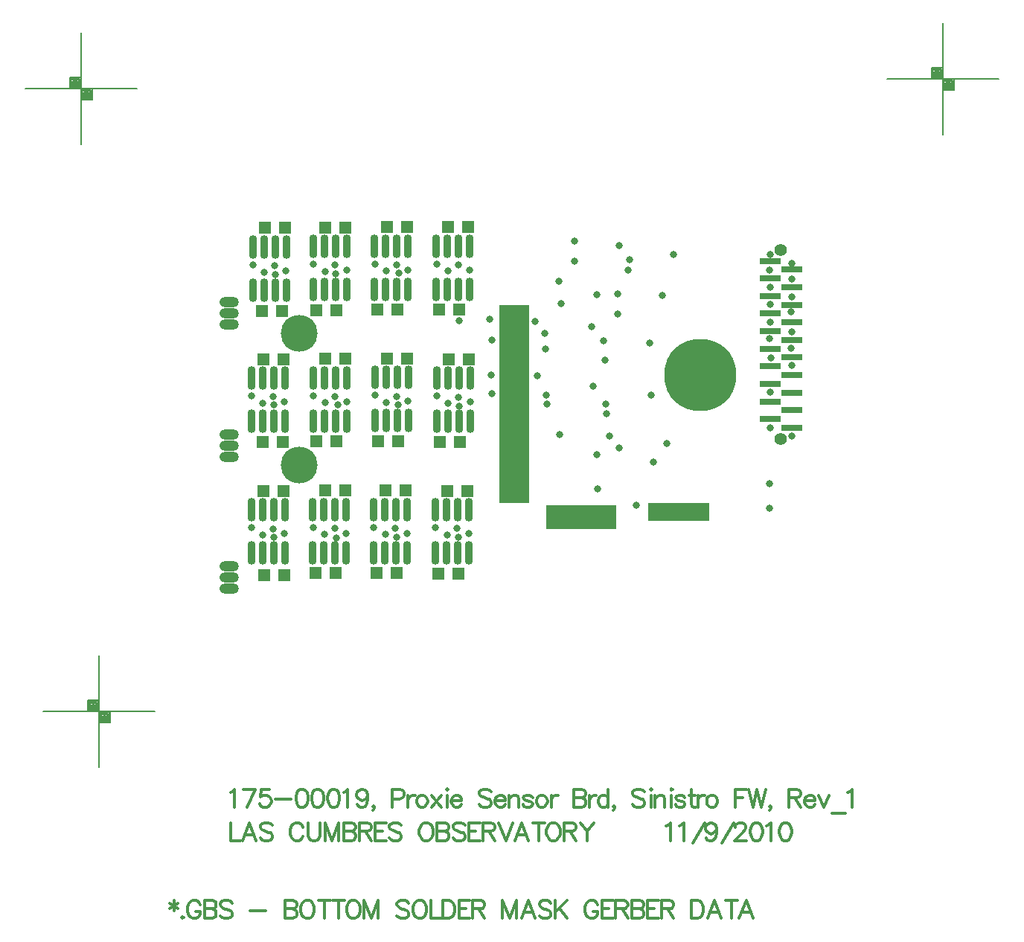
<source format=gbs>
%FSLAX23Y23*%
%MOIN*%
G70*
G01*
G75*
G04 Layer_Color=16711935*
%ADD10R,0.135X0.070*%
%ADD11R,0.050X0.050*%
%ADD12R,0.094X0.059*%
%ADD13R,0.037X0.035*%
%ADD14R,0.037X0.035*%
%ADD15R,0.050X0.050*%
%ADD16R,0.048X0.078*%
%ADD17C,0.010*%
%ADD18C,0.012*%
%ADD19C,0.008*%
%ADD20C,0.012*%
%ADD21C,0.012*%
%ADD22C,0.157*%
%ADD23C,0.315*%
%ADD24O,0.079X0.039*%
%ADD25O,0.079X0.039*%
%ADD26C,0.047*%
%ADD27C,0.024*%
%ADD28C,0.040*%
%ADD29C,0.127*%
%ADD30C,0.170*%
G04:AMPARAMS|DCode=31|XSize=87.559mil|YSize=87.559mil|CornerRadius=0mil|HoleSize=0mil|Usage=FLASHONLY|Rotation=0.000|XOffset=0mil|YOffset=0mil|HoleType=Round|Shape=Relief|Width=10mil|Gap=10mil|Entries=4|*
%AMTHD31*
7,0,0,0.088,0.068,0.010,45*
%
%ADD31THD31*%
%ADD32C,0.068*%
%ADD33C,0.087*%
%ADD34C,0.050*%
G04:AMPARAMS|DCode=35|XSize=70mil|YSize=70mil|CornerRadius=0mil|HoleSize=0mil|Usage=FLASHONLY|Rotation=0.000|XOffset=0mil|YOffset=0mil|HoleType=Round|Shape=Relief|Width=10mil|Gap=10mil|Entries=4|*
%AMTHD35*
7,0,0,0.070,0.050,0.010,45*
%
%ADD35THD35*%
%ADD36O,0.028X0.098*%
%ADD37R,0.085X0.022*%
%ADD38C,0.006*%
%ADD39C,0.010*%
%ADD40C,0.010*%
%ADD41C,0.008*%
%ADD42C,0.007*%
%ADD43C,0.005*%
%ADD44R,0.122X0.163*%
%ADD45R,0.143X0.078*%
%ADD46R,0.058X0.058*%
%ADD47R,0.102X0.067*%
%ADD48R,0.045X0.043*%
%ADD49R,0.045X0.043*%
%ADD50R,0.058X0.058*%
%ADD51R,0.056X0.086*%
%ADD52C,0.165*%
%ADD53C,0.323*%
%ADD54O,0.087X0.047*%
%ADD55O,0.087X0.047*%
%ADD56C,0.055*%
%ADD57C,0.032*%
%ADD58R,0.318X0.107*%
%ADD59R,0.136X0.889*%
%ADD60R,0.272X0.079*%
%ADD61O,0.036X0.106*%
%ADD62R,0.093X0.030*%
D18*
X14708Y10102D02*
Y10056D01*
X14689Y10090D02*
X14727Y10067D01*
Y10090D02*
X14689Y10067D01*
X14747Y10029D02*
X14743Y10026D01*
X14747Y10022D01*
X14751Y10026D01*
X14747Y10029D01*
X14826Y10083D02*
X14822Y10090D01*
X14814Y10098D01*
X14807Y10102D01*
X14791D01*
X14784Y10098D01*
X14776Y10090D01*
X14772Y10083D01*
X14769Y10071D01*
Y10052D01*
X14772Y10041D01*
X14776Y10033D01*
X14784Y10026D01*
X14791Y10022D01*
X14807D01*
X14814Y10026D01*
X14822Y10033D01*
X14826Y10041D01*
Y10052D01*
X14807D02*
X14826D01*
X14844Y10102D02*
Y10022D01*
Y10102D02*
X14878D01*
X14890Y10098D01*
X14894Y10094D01*
X14897Y10086D01*
Y10079D01*
X14894Y10071D01*
X14890Y10067D01*
X14878Y10064D01*
X14844D02*
X14878D01*
X14890Y10060D01*
X14894Y10056D01*
X14897Y10048D01*
Y10037D01*
X14894Y10029D01*
X14890Y10026D01*
X14878Y10022D01*
X14844D01*
X14969Y10090D02*
X14961Y10098D01*
X14950Y10102D01*
X14934D01*
X14923Y10098D01*
X14915Y10090D01*
Y10083D01*
X14919Y10075D01*
X14923Y10071D01*
X14930Y10067D01*
X14953Y10060D01*
X14961Y10056D01*
X14965Y10052D01*
X14969Y10045D01*
Y10033D01*
X14961Y10026D01*
X14950Y10022D01*
X14934D01*
X14923Y10026D01*
X14915Y10033D01*
X15049Y10056D02*
X15118D01*
X15204Y10102D02*
Y10022D01*
Y10102D02*
X15239D01*
X15250Y10098D01*
X15254Y10094D01*
X15258Y10086D01*
Y10079D01*
X15254Y10071D01*
X15250Y10067D01*
X15239Y10064D01*
X15204D02*
X15239D01*
X15250Y10060D01*
X15254Y10056D01*
X15258Y10048D01*
Y10037D01*
X15254Y10029D01*
X15250Y10026D01*
X15239Y10022D01*
X15204D01*
X15298Y10102D02*
X15291Y10098D01*
X15283Y10090D01*
X15279Y10083D01*
X15276Y10071D01*
Y10052D01*
X15279Y10041D01*
X15283Y10033D01*
X15291Y10026D01*
X15298Y10022D01*
X15314D01*
X15321Y10026D01*
X15329Y10033D01*
X15333Y10041D01*
X15336Y10052D01*
Y10071D01*
X15333Y10083D01*
X15329Y10090D01*
X15321Y10098D01*
X15314Y10102D01*
X15298D01*
X15382D02*
Y10022D01*
X15355Y10102D02*
X15408D01*
X15445D02*
Y10022D01*
X15418Y10102D02*
X15471D01*
X15504D02*
X15496Y10098D01*
X15488Y10090D01*
X15485Y10083D01*
X15481Y10071D01*
Y10052D01*
X15485Y10041D01*
X15488Y10033D01*
X15496Y10026D01*
X15504Y10022D01*
X15519D01*
X15527Y10026D01*
X15534Y10033D01*
X15538Y10041D01*
X15542Y10052D01*
Y10071D01*
X15538Y10083D01*
X15534Y10090D01*
X15527Y10098D01*
X15519Y10102D01*
X15504D01*
X15560D02*
Y10022D01*
Y10102D02*
X15591Y10022D01*
X15621Y10102D02*
X15591Y10022D01*
X15621Y10102D02*
Y10022D01*
X15760Y10090D02*
X15753Y10098D01*
X15741Y10102D01*
X15726D01*
X15715Y10098D01*
X15707Y10090D01*
Y10083D01*
X15711Y10075D01*
X15715Y10071D01*
X15722Y10067D01*
X15745Y10060D01*
X15753Y10056D01*
X15757Y10052D01*
X15760Y10045D01*
Y10033D01*
X15753Y10026D01*
X15741Y10022D01*
X15726D01*
X15715Y10026D01*
X15707Y10033D01*
X15801Y10102D02*
X15794Y10098D01*
X15786Y10090D01*
X15782Y10083D01*
X15778Y10071D01*
Y10052D01*
X15782Y10041D01*
X15786Y10033D01*
X15794Y10026D01*
X15801Y10022D01*
X15816D01*
X15824Y10026D01*
X15832Y10033D01*
X15835Y10041D01*
X15839Y10052D01*
Y10071D01*
X15835Y10083D01*
X15832Y10090D01*
X15824Y10098D01*
X15816Y10102D01*
X15801D01*
X15858D02*
Y10022D01*
X15904D01*
X15912Y10102D02*
Y10022D01*
Y10102D02*
X15939D01*
X15950Y10098D01*
X15958Y10090D01*
X15962Y10083D01*
X15966Y10071D01*
Y10052D01*
X15962Y10041D01*
X15958Y10033D01*
X15950Y10026D01*
X15939Y10022D01*
X15912D01*
X16033Y10102D02*
X15984D01*
Y10022D01*
X16033D01*
X15984Y10064D02*
X16014D01*
X16046Y10102D02*
Y10022D01*
Y10102D02*
X16081D01*
X16092Y10098D01*
X16096Y10094D01*
X16100Y10086D01*
Y10079D01*
X16096Y10071D01*
X16092Y10067D01*
X16081Y10064D01*
X16046D01*
X16073D02*
X16100Y10022D01*
X16180Y10102D02*
Y10022D01*
Y10102D02*
X16211Y10022D01*
X16241Y10102D02*
X16211Y10022D01*
X16241Y10102D02*
Y10022D01*
X16325D02*
X16295Y10102D01*
X16264Y10022D01*
X16276Y10048D02*
X16314D01*
X16397Y10090D02*
X16390Y10098D01*
X16378Y10102D01*
X16363D01*
X16351Y10098D01*
X16344Y10090D01*
Y10083D01*
X16348Y10075D01*
X16351Y10071D01*
X16359Y10067D01*
X16382Y10060D01*
X16390Y10056D01*
X16393Y10052D01*
X16397Y10045D01*
Y10033D01*
X16390Y10026D01*
X16378Y10022D01*
X16363D01*
X16351Y10026D01*
X16344Y10033D01*
X16415Y10102D02*
Y10022D01*
X16468Y10102D02*
X16415Y10048D01*
X16434Y10067D02*
X16468Y10022D01*
X16606Y10083D02*
X16602Y10090D01*
X16595Y10098D01*
X16587Y10102D01*
X16572D01*
X16564Y10098D01*
X16557Y10090D01*
X16553Y10083D01*
X16549Y10071D01*
Y10052D01*
X16553Y10041D01*
X16557Y10033D01*
X16564Y10026D01*
X16572Y10022D01*
X16587D01*
X16595Y10026D01*
X16602Y10033D01*
X16606Y10041D01*
Y10052D01*
X16587D02*
X16606D01*
X16674Y10102D02*
X16625D01*
Y10022D01*
X16674D01*
X16625Y10064D02*
X16655D01*
X16687Y10102D02*
Y10022D01*
Y10102D02*
X16722D01*
X16733Y10098D01*
X16737Y10094D01*
X16741Y10086D01*
Y10079D01*
X16737Y10071D01*
X16733Y10067D01*
X16722Y10064D01*
X16687D01*
X16714D02*
X16741Y10022D01*
X16759Y10102D02*
Y10022D01*
Y10102D02*
X16793D01*
X16804Y10098D01*
X16808Y10094D01*
X16812Y10086D01*
Y10079D01*
X16808Y10071D01*
X16804Y10067D01*
X16793Y10064D01*
X16759D02*
X16793D01*
X16804Y10060D01*
X16808Y10056D01*
X16812Y10048D01*
Y10037D01*
X16808Y10029D01*
X16804Y10026D01*
X16793Y10022D01*
X16759D01*
X16879Y10102D02*
X16830D01*
Y10022D01*
X16879D01*
X16830Y10064D02*
X16860D01*
X16893Y10102D02*
Y10022D01*
Y10102D02*
X16927D01*
X16938Y10098D01*
X16942Y10094D01*
X16946Y10086D01*
Y10079D01*
X16942Y10071D01*
X16938Y10067D01*
X16927Y10064D01*
X16893D01*
X16919D02*
X16946Y10022D01*
X17027Y10102D02*
Y10022D01*
Y10102D02*
X17053D01*
X17065Y10098D01*
X17072Y10090D01*
X17076Y10083D01*
X17080Y10071D01*
Y10052D01*
X17076Y10041D01*
X17072Y10033D01*
X17065Y10026D01*
X17053Y10022D01*
X17027D01*
X17159D02*
X17128Y10102D01*
X17098Y10022D01*
X17109Y10048D02*
X17148D01*
X17204Y10102D02*
Y10022D01*
X17178Y10102D02*
X17231D01*
X17301Y10022D02*
X17271Y10102D01*
X17240Y10022D01*
X17252Y10048D02*
X17290D01*
D19*
X14123Y10950D02*
X14623D01*
X14373Y10700D02*
Y11200D01*
X14323Y10950D02*
Y11000D01*
X14373D01*
X14423Y10900D02*
Y10950D01*
X14373Y10900D02*
X14423D01*
X14378Y10945D02*
X14418D01*
Y10905D02*
Y10945D01*
X14378Y10905D02*
X14418D01*
X14378D02*
Y10945D01*
X14383Y10940D02*
X14413D01*
Y10910D02*
Y10940D01*
X14383Y10910D02*
X14413D01*
X14383D02*
Y10935D01*
X14388D02*
X14408D01*
Y10915D02*
Y10935D01*
X14388Y10915D02*
X14408D01*
X14388D02*
Y10930D01*
X14393D02*
X14403D01*
Y10920D02*
Y10930D01*
X14393Y10920D02*
X14403D01*
X14393D02*
Y10930D01*
Y10925D02*
X14403D01*
X14328Y10995D02*
X14368D01*
Y10955D02*
Y10995D01*
X14328Y10955D02*
X14368D01*
X14328D02*
Y10995D01*
X14333Y10990D02*
X14363D01*
Y10960D02*
Y10990D01*
X14333Y10960D02*
X14363D01*
X14333D02*
Y10985D01*
X14338D02*
X14358D01*
Y10965D02*
Y10985D01*
X14338Y10965D02*
X14358D01*
X14338D02*
Y10980D01*
X14343D02*
X14353D01*
Y10970D02*
Y10980D01*
X14343Y10970D02*
X14353D01*
X14343D02*
Y10980D01*
Y10975D02*
X14353D01*
X17902Y13781D02*
X18402D01*
X18152Y13531D02*
Y14031D01*
X18102Y13781D02*
Y13831D01*
X18152D01*
X18202Y13731D02*
Y13781D01*
X18152Y13731D02*
X18202D01*
X18157Y13776D02*
X18197D01*
Y13736D02*
Y13776D01*
X18157Y13736D02*
X18197D01*
X18157D02*
Y13776D01*
X18162Y13771D02*
X18192D01*
Y13741D02*
Y13771D01*
X18162Y13741D02*
X18192D01*
X18162D02*
Y13766D01*
X18167D02*
X18187D01*
Y13746D02*
Y13766D01*
X18167Y13746D02*
X18187D01*
X18167D02*
Y13761D01*
X18172D02*
X18182D01*
Y13751D02*
Y13761D01*
X18172Y13751D02*
X18182D01*
X18172D02*
Y13761D01*
Y13756D02*
X18182D01*
X18107Y13826D02*
X18147D01*
Y13786D02*
Y13826D01*
X18107Y13786D02*
X18147D01*
X18107D02*
Y13826D01*
X18112Y13821D02*
X18142D01*
Y13791D02*
Y13821D01*
X18112Y13791D02*
X18142D01*
X18112D02*
Y13816D01*
X18117D02*
X18137D01*
Y13796D02*
Y13816D01*
X18117Y13796D02*
X18137D01*
X18117D02*
Y13811D01*
X18122D02*
X18132D01*
Y13801D02*
Y13811D01*
X18122Y13801D02*
X18132D01*
X18122D02*
Y13811D01*
Y13806D02*
X18132D01*
X14042Y13738D02*
X14542D01*
X14292Y13488D02*
Y13988D01*
X14242Y13738D02*
Y13788D01*
X14292D01*
X14342Y13688D02*
Y13738D01*
X14292Y13688D02*
X14342D01*
X14297Y13733D02*
X14337D01*
Y13693D02*
Y13733D01*
X14297Y13693D02*
X14337D01*
X14297D02*
Y13733D01*
X14302Y13728D02*
X14332D01*
Y13698D02*
Y13728D01*
X14302Y13698D02*
X14332D01*
X14302D02*
Y13723D01*
X14307D02*
X14327D01*
Y13703D02*
Y13723D01*
X14307Y13703D02*
X14327D01*
X14307D02*
Y13718D01*
X14312D02*
X14322D01*
Y13708D02*
Y13718D01*
X14312Y13708D02*
X14322D01*
X14312D02*
Y13718D01*
Y13713D02*
X14322D01*
X14247Y13783D02*
X14287D01*
Y13743D02*
Y13783D01*
X14247Y13743D02*
X14287D01*
X14247D02*
Y13783D01*
X14252Y13778D02*
X14282D01*
Y13748D02*
Y13778D01*
X14252Y13748D02*
X14282D01*
X14252D02*
Y13773D01*
X14257D02*
X14277D01*
Y13753D02*
Y13773D01*
X14257Y13753D02*
X14277D01*
X14257D02*
Y13768D01*
X14262D02*
X14272D01*
Y13758D02*
Y13768D01*
X14262Y13758D02*
X14272D01*
X14262D02*
Y13768D01*
Y13763D02*
X14272D01*
D20*
X14961Y10449D02*
Y10369D01*
X15007D01*
X15076D02*
X15046Y10449D01*
X15015Y10369D01*
X15027Y10396D02*
X15065D01*
X15148Y10438D02*
X15141Y10445D01*
X15129Y10449D01*
X15114D01*
X15103Y10445D01*
X15095Y10438D01*
Y10430D01*
X15099Y10423D01*
X15103Y10419D01*
X15110Y10415D01*
X15133Y10407D01*
X15141Y10404D01*
X15145Y10400D01*
X15148Y10392D01*
Y10381D01*
X15141Y10373D01*
X15129Y10369D01*
X15114D01*
X15103Y10373D01*
X15095Y10381D01*
X15286Y10430D02*
X15282Y10438D01*
X15275Y10445D01*
X15267Y10449D01*
X15252D01*
X15244Y10445D01*
X15237Y10438D01*
X15233Y10430D01*
X15229Y10419D01*
Y10400D01*
X15233Y10388D01*
X15237Y10381D01*
X15244Y10373D01*
X15252Y10369D01*
X15267D01*
X15275Y10373D01*
X15282Y10381D01*
X15286Y10388D01*
X15309Y10449D02*
Y10392D01*
X15313Y10381D01*
X15320Y10373D01*
X15332Y10369D01*
X15339D01*
X15351Y10373D01*
X15358Y10381D01*
X15362Y10392D01*
Y10449D01*
X15384D02*
Y10369D01*
Y10449D02*
X15415Y10369D01*
X15445Y10449D02*
X15415Y10369D01*
X15445Y10449D02*
Y10369D01*
X15468Y10449D02*
Y10369D01*
Y10449D02*
X15502D01*
X15514Y10445D01*
X15517Y10442D01*
X15521Y10434D01*
Y10426D01*
X15517Y10419D01*
X15514Y10415D01*
X15502Y10411D01*
X15468D02*
X15502D01*
X15514Y10407D01*
X15517Y10404D01*
X15521Y10396D01*
Y10385D01*
X15517Y10377D01*
X15514Y10373D01*
X15502Y10369D01*
X15468D01*
X15539Y10449D02*
Y10369D01*
Y10449D02*
X15573D01*
X15585Y10445D01*
X15589Y10442D01*
X15593Y10434D01*
Y10426D01*
X15589Y10419D01*
X15585Y10415D01*
X15573Y10411D01*
X15539D01*
X15566D02*
X15593Y10369D01*
X15660Y10449D02*
X15610D01*
Y10369D01*
X15660D01*
X15610Y10411D02*
X15641D01*
X15727Y10438D02*
X15719Y10445D01*
X15708Y10449D01*
X15692D01*
X15681Y10445D01*
X15673Y10438D01*
Y10430D01*
X15677Y10423D01*
X15681Y10419D01*
X15688Y10415D01*
X15711Y10407D01*
X15719Y10404D01*
X15723Y10400D01*
X15727Y10392D01*
Y10381D01*
X15719Y10373D01*
X15708Y10369D01*
X15692D01*
X15681Y10373D01*
X15673Y10381D01*
X15830Y10449D02*
X15823Y10445D01*
X15815Y10438D01*
X15811Y10430D01*
X15807Y10419D01*
Y10400D01*
X15811Y10388D01*
X15815Y10381D01*
X15823Y10373D01*
X15830Y10369D01*
X15845D01*
X15853Y10373D01*
X15861Y10381D01*
X15864Y10388D01*
X15868Y10400D01*
Y10419D01*
X15864Y10430D01*
X15861Y10438D01*
X15853Y10445D01*
X15845Y10449D01*
X15830D01*
X15887D02*
Y10369D01*
Y10449D02*
X15921D01*
X15933Y10445D01*
X15936Y10442D01*
X15940Y10434D01*
Y10426D01*
X15936Y10419D01*
X15933Y10415D01*
X15921Y10411D01*
X15887D02*
X15921D01*
X15933Y10407D01*
X15936Y10404D01*
X15940Y10396D01*
Y10385D01*
X15936Y10377D01*
X15933Y10373D01*
X15921Y10369D01*
X15887D01*
X16011Y10438D02*
X16004Y10445D01*
X15992Y10449D01*
X15977D01*
X15966Y10445D01*
X15958Y10438D01*
Y10430D01*
X15962Y10423D01*
X15966Y10419D01*
X15973Y10415D01*
X15996Y10407D01*
X16004Y10404D01*
X16008Y10400D01*
X16011Y10392D01*
Y10381D01*
X16004Y10373D01*
X15992Y10369D01*
X15977D01*
X15966Y10373D01*
X15958Y10381D01*
X16079Y10449D02*
X16029D01*
Y10369D01*
X16079D01*
X16029Y10411D02*
X16060D01*
X16092Y10449D02*
Y10369D01*
Y10449D02*
X16126D01*
X16138Y10445D01*
X16142Y10442D01*
X16146Y10434D01*
Y10426D01*
X16142Y10419D01*
X16138Y10415D01*
X16126Y10411D01*
X16092D01*
X16119D02*
X16146Y10369D01*
X16163Y10449D02*
X16194Y10369D01*
X16224Y10449D02*
X16194Y10369D01*
X16296D02*
X16265Y10449D01*
X16235Y10369D01*
X16246Y10396D02*
X16284D01*
X16341Y10449D02*
Y10369D01*
X16314Y10449D02*
X16368D01*
X16400D02*
X16392Y10445D01*
X16385Y10438D01*
X16381Y10430D01*
X16377Y10419D01*
Y10400D01*
X16381Y10388D01*
X16385Y10381D01*
X16392Y10373D01*
X16400Y10369D01*
X16415D01*
X16423Y10373D01*
X16430Y10381D01*
X16434Y10388D01*
X16438Y10400D01*
Y10419D01*
X16434Y10430D01*
X16430Y10438D01*
X16423Y10445D01*
X16415Y10449D01*
X16400D01*
X16457D02*
Y10369D01*
Y10449D02*
X16491D01*
X16502Y10445D01*
X16506Y10442D01*
X16510Y10434D01*
Y10426D01*
X16506Y10419D01*
X16502Y10415D01*
X16491Y10411D01*
X16457D01*
X16483D02*
X16510Y10369D01*
X16528Y10449D02*
X16558Y10411D01*
Y10369D01*
X16589Y10449D02*
X16558Y10411D01*
X16913Y10434D02*
X16921Y10438D01*
X16932Y10449D01*
Y10369D01*
X16972Y10434D02*
X16980Y10438D01*
X16991Y10449D01*
Y10369D01*
X17031Y10358D02*
X17084Y10449D01*
X17139Y10423D02*
X17135Y10411D01*
X17127Y10404D01*
X17116Y10400D01*
X17112D01*
X17101Y10404D01*
X17093Y10411D01*
X17089Y10423D01*
Y10426D01*
X17093Y10438D01*
X17101Y10445D01*
X17112Y10449D01*
X17116D01*
X17127Y10445D01*
X17135Y10438D01*
X17139Y10423D01*
Y10404D01*
X17135Y10385D01*
X17127Y10373D01*
X17116Y10369D01*
X17108D01*
X17097Y10373D01*
X17093Y10381D01*
X17161Y10358D02*
X17214Y10449D01*
X17223Y10430D02*
Y10434D01*
X17227Y10442D01*
X17231Y10445D01*
X17238Y10449D01*
X17253D01*
X17261Y10445D01*
X17265Y10442D01*
X17269Y10434D01*
Y10426D01*
X17265Y10419D01*
X17257Y10407D01*
X17219Y10369D01*
X17273D01*
X17313Y10449D02*
X17302Y10445D01*
X17294Y10434D01*
X17290Y10415D01*
Y10404D01*
X17294Y10385D01*
X17302Y10373D01*
X17313Y10369D01*
X17321D01*
X17332Y10373D01*
X17340Y10385D01*
X17344Y10404D01*
Y10415D01*
X17340Y10434D01*
X17332Y10445D01*
X17321Y10449D01*
X17313D01*
X17362Y10434D02*
X17369Y10438D01*
X17381Y10449D01*
Y10369D01*
X17443Y10449D02*
X17432Y10445D01*
X17424Y10434D01*
X17420Y10415D01*
Y10404D01*
X17424Y10385D01*
X17432Y10373D01*
X17443Y10369D01*
X17451D01*
X17462Y10373D01*
X17470Y10385D01*
X17474Y10404D01*
Y10415D01*
X17470Y10434D01*
X17462Y10445D01*
X17451Y10449D01*
X17443D01*
D21*
X14961Y10584D02*
X14969Y10588D01*
X14980Y10599D01*
Y10519D01*
X15073Y10599D02*
X15035Y10519D01*
X15020Y10599D02*
X15073D01*
X15137D02*
X15099D01*
X15095Y10565D01*
X15099Y10569D01*
X15110Y10573D01*
X15121D01*
X15133Y10569D01*
X15140Y10561D01*
X15144Y10550D01*
Y10542D01*
X15140Y10531D01*
X15133Y10523D01*
X15121Y10519D01*
X15110D01*
X15099Y10523D01*
X15095Y10527D01*
X15091Y10535D01*
X15162Y10554D02*
X15231D01*
X15277Y10599D02*
X15266Y10595D01*
X15258Y10584D01*
X15254Y10565D01*
Y10554D01*
X15258Y10535D01*
X15266Y10523D01*
X15277Y10519D01*
X15285D01*
X15296Y10523D01*
X15304Y10535D01*
X15308Y10554D01*
Y10565D01*
X15304Y10584D01*
X15296Y10595D01*
X15285Y10599D01*
X15277D01*
X15348D02*
X15337Y10595D01*
X15329Y10584D01*
X15326Y10565D01*
Y10554D01*
X15329Y10535D01*
X15337Y10523D01*
X15348Y10519D01*
X15356D01*
X15367Y10523D01*
X15375Y10535D01*
X15379Y10554D01*
Y10565D01*
X15375Y10584D01*
X15367Y10595D01*
X15356Y10599D01*
X15348D01*
X15420D02*
X15408Y10595D01*
X15401Y10584D01*
X15397Y10565D01*
Y10554D01*
X15401Y10535D01*
X15408Y10523D01*
X15420Y10519D01*
X15427D01*
X15439Y10523D01*
X15446Y10535D01*
X15450Y10554D01*
Y10565D01*
X15446Y10584D01*
X15439Y10595D01*
X15427Y10599D01*
X15420D01*
X15468Y10584D02*
X15476Y10588D01*
X15487Y10599D01*
Y10519D01*
X15576Y10573D02*
X15572Y10561D01*
X15565Y10554D01*
X15553Y10550D01*
X15549D01*
X15538Y10554D01*
X15530Y10561D01*
X15527Y10573D01*
Y10576D01*
X15530Y10588D01*
X15538Y10595D01*
X15549Y10599D01*
X15553D01*
X15565Y10595D01*
X15572Y10588D01*
X15576Y10573D01*
Y10554D01*
X15572Y10535D01*
X15565Y10523D01*
X15553Y10519D01*
X15546D01*
X15534Y10523D01*
X15530Y10531D01*
X15605Y10523D02*
X15602Y10519D01*
X15598Y10523D01*
X15602Y10527D01*
X15605Y10523D01*
Y10515D01*
X15602Y10508D01*
X15598Y10504D01*
X15686Y10557D02*
X15720D01*
X15732Y10561D01*
X15735Y10565D01*
X15739Y10573D01*
Y10584D01*
X15735Y10592D01*
X15732Y10595D01*
X15720Y10599D01*
X15686D01*
Y10519D01*
X15757Y10573D02*
Y10519D01*
Y10550D02*
X15761Y10561D01*
X15768Y10569D01*
X15776Y10573D01*
X15788D01*
X15814D02*
X15806Y10569D01*
X15799Y10561D01*
X15795Y10550D01*
Y10542D01*
X15799Y10531D01*
X15806Y10523D01*
X15814Y10519D01*
X15825D01*
X15833Y10523D01*
X15840Y10531D01*
X15844Y10542D01*
Y10550D01*
X15840Y10561D01*
X15833Y10569D01*
X15825Y10573D01*
X15814D01*
X15862D02*
X15904Y10519D01*
Y10573D02*
X15862Y10519D01*
X15928Y10599D02*
X15932Y10595D01*
X15936Y10599D01*
X15932Y10603D01*
X15928Y10599D01*
X15932Y10573D02*
Y10519D01*
X15950Y10550D02*
X15995D01*
Y10557D01*
X15992Y10565D01*
X15988Y10569D01*
X15980Y10573D01*
X15969D01*
X15961Y10569D01*
X15954Y10561D01*
X15950Y10550D01*
Y10542D01*
X15954Y10531D01*
X15961Y10523D01*
X15969Y10519D01*
X15980D01*
X15988Y10523D01*
X15995Y10531D01*
X16129Y10588D02*
X16121Y10595D01*
X16110Y10599D01*
X16095D01*
X16083Y10595D01*
X16075Y10588D01*
Y10580D01*
X16079Y10573D01*
X16083Y10569D01*
X16091Y10565D01*
X16114Y10557D01*
X16121Y10554D01*
X16125Y10550D01*
X16129Y10542D01*
Y10531D01*
X16121Y10523D01*
X16110Y10519D01*
X16095D01*
X16083Y10523D01*
X16075Y10531D01*
X16147Y10550D02*
X16192D01*
Y10557D01*
X16189Y10565D01*
X16185Y10569D01*
X16177Y10573D01*
X16166D01*
X16158Y10569D01*
X16150Y10561D01*
X16147Y10550D01*
Y10542D01*
X16150Y10531D01*
X16158Y10523D01*
X16166Y10519D01*
X16177D01*
X16185Y10523D01*
X16192Y10531D01*
X16210Y10573D02*
Y10519D01*
Y10557D02*
X16221Y10569D01*
X16229Y10573D01*
X16240D01*
X16248Y10569D01*
X16251Y10557D01*
Y10519D01*
X16314Y10561D02*
X16310Y10569D01*
X16299Y10573D01*
X16288D01*
X16276Y10569D01*
X16272Y10561D01*
X16276Y10554D01*
X16284Y10550D01*
X16303Y10546D01*
X16310Y10542D01*
X16314Y10535D01*
Y10531D01*
X16310Y10523D01*
X16299Y10519D01*
X16288D01*
X16276Y10523D01*
X16272Y10531D01*
X16350Y10573D02*
X16342Y10569D01*
X16335Y10561D01*
X16331Y10550D01*
Y10542D01*
X16335Y10531D01*
X16342Y10523D01*
X16350Y10519D01*
X16361D01*
X16369Y10523D01*
X16377Y10531D01*
X16381Y10542D01*
Y10550D01*
X16377Y10561D01*
X16369Y10569D01*
X16361Y10573D01*
X16350D01*
X16398D02*
Y10519D01*
Y10550D02*
X16402Y10561D01*
X16409Y10569D01*
X16417Y10573D01*
X16429D01*
X16499Y10599D02*
Y10519D01*
Y10599D02*
X16533D01*
X16544Y10595D01*
X16548Y10592D01*
X16552Y10584D01*
Y10576D01*
X16548Y10569D01*
X16544Y10565D01*
X16533Y10561D01*
X16499D02*
X16533D01*
X16544Y10557D01*
X16548Y10554D01*
X16552Y10546D01*
Y10535D01*
X16548Y10527D01*
X16544Y10523D01*
X16533Y10519D01*
X16499D01*
X16570Y10573D02*
Y10519D01*
Y10550D02*
X16574Y10561D01*
X16581Y10569D01*
X16589Y10573D01*
X16600D01*
X16653Y10599D02*
Y10519D01*
Y10561D02*
X16646Y10569D01*
X16638Y10573D01*
X16627D01*
X16619Y10569D01*
X16611Y10561D01*
X16608Y10550D01*
Y10542D01*
X16611Y10531D01*
X16619Y10523D01*
X16627Y10519D01*
X16638D01*
X16646Y10523D01*
X16653Y10531D01*
X16682Y10523D02*
X16678Y10519D01*
X16675Y10523D01*
X16678Y10527D01*
X16682Y10523D01*
Y10515D01*
X16678Y10508D01*
X16675Y10504D01*
X16816Y10588D02*
X16808Y10595D01*
X16797Y10599D01*
X16782D01*
X16770Y10595D01*
X16763Y10588D01*
Y10580D01*
X16766Y10573D01*
X16770Y10569D01*
X16778Y10565D01*
X16801Y10557D01*
X16808Y10554D01*
X16812Y10550D01*
X16816Y10542D01*
Y10531D01*
X16808Y10523D01*
X16797Y10519D01*
X16782D01*
X16770Y10523D01*
X16763Y10531D01*
X16841Y10599D02*
X16845Y10595D01*
X16849Y10599D01*
X16845Y10603D01*
X16841Y10599D01*
X16845Y10573D02*
Y10519D01*
X16863Y10573D02*
Y10519D01*
Y10557D02*
X16875Y10569D01*
X16882Y10573D01*
X16894D01*
X16901Y10569D01*
X16905Y10557D01*
Y10519D01*
X16934Y10599D02*
X16937Y10595D01*
X16941Y10599D01*
X16937Y10603D01*
X16934Y10599D01*
X16937Y10573D02*
Y10519D01*
X16997Y10561D02*
X16993Y10569D01*
X16982Y10573D01*
X16971D01*
X16959Y10569D01*
X16955Y10561D01*
X16959Y10554D01*
X16967Y10550D01*
X16986Y10546D01*
X16993Y10542D01*
X16997Y10535D01*
Y10531D01*
X16993Y10523D01*
X16982Y10519D01*
X16971D01*
X16959Y10523D01*
X16955Y10531D01*
X17025Y10599D02*
Y10535D01*
X17029Y10523D01*
X17037Y10519D01*
X17044D01*
X17014Y10573D02*
X17041D01*
X17056D02*
Y10519D01*
Y10550D02*
X17060Y10561D01*
X17067Y10569D01*
X17075Y10573D01*
X17086D01*
X17113D02*
X17105Y10569D01*
X17097Y10561D01*
X17094Y10550D01*
Y10542D01*
X17097Y10531D01*
X17105Y10523D01*
X17113Y10519D01*
X17124D01*
X17132Y10523D01*
X17139Y10531D01*
X17143Y10542D01*
Y10550D01*
X17139Y10561D01*
X17132Y10569D01*
X17124Y10573D01*
X17113D01*
X17223Y10599D02*
Y10519D01*
Y10599D02*
X17273D01*
X17223Y10561D02*
X17254D01*
X17282Y10599D02*
X17301Y10519D01*
X17320Y10599D02*
X17301Y10519D01*
X17320Y10599D02*
X17339Y10519D01*
X17358Y10599D02*
X17339Y10519D01*
X17382Y10523D02*
X17378Y10519D01*
X17374Y10523D01*
X17378Y10527D01*
X17382Y10523D01*
Y10515D01*
X17378Y10508D01*
X17374Y10504D01*
X17462Y10599D02*
Y10519D01*
Y10599D02*
X17496D01*
X17508Y10595D01*
X17512Y10592D01*
X17516Y10584D01*
Y10576D01*
X17512Y10569D01*
X17508Y10565D01*
X17496Y10561D01*
X17462D01*
X17489D02*
X17516Y10519D01*
X17533Y10550D02*
X17579D01*
Y10557D01*
X17575Y10565D01*
X17572Y10569D01*
X17564Y10573D01*
X17552D01*
X17545Y10569D01*
X17537Y10561D01*
X17533Y10550D01*
Y10542D01*
X17537Y10531D01*
X17545Y10523D01*
X17552Y10519D01*
X17564D01*
X17572Y10523D01*
X17579Y10531D01*
X17596Y10573D02*
X17619Y10519D01*
X17642Y10573D02*
X17619Y10519D01*
X17655Y10493D02*
X17716D01*
X17726Y10584D02*
X17734Y10588D01*
X17745Y10599D01*
Y10519D01*
D46*
X15986Y12748D02*
D03*
X15896D02*
D03*
X15937Y13118D02*
D03*
X16027D02*
D03*
X15191Y12743D02*
D03*
X15101D02*
D03*
X15115Y13114D02*
D03*
X15205D02*
D03*
X15435Y12747D02*
D03*
X15345D02*
D03*
X15386Y13117D02*
D03*
X15476D02*
D03*
X15710Y12748D02*
D03*
X15620D02*
D03*
X15661Y13118D02*
D03*
X15751D02*
D03*
X15196Y12155D02*
D03*
X15106D02*
D03*
X15108Y12527D02*
D03*
X15198D02*
D03*
X15435Y12158D02*
D03*
X15345D02*
D03*
X15386Y12528D02*
D03*
X15476D02*
D03*
X15711Y12159D02*
D03*
X15621D02*
D03*
X15662Y12529D02*
D03*
X15752D02*
D03*
X15988Y12156D02*
D03*
X15898D02*
D03*
X15939Y12526D02*
D03*
X16029D02*
D03*
X15201Y11558D02*
D03*
X15111D02*
D03*
X15108Y11936D02*
D03*
X15198D02*
D03*
X15433Y11568D02*
D03*
X15343D02*
D03*
X15384Y11938D02*
D03*
X15474D02*
D03*
X15705Y11568D02*
D03*
X15615D02*
D03*
X15656Y11938D02*
D03*
X15746D02*
D03*
X15982Y11567D02*
D03*
X15892D02*
D03*
X15933Y11937D02*
D03*
X16023D02*
D03*
D52*
X15269Y12051D02*
D03*
Y12641D02*
D03*
D53*
X17066Y12455D02*
D03*
D54*
X14955Y12781D02*
D03*
Y12190D02*
D03*
X14955Y11600D02*
D03*
D55*
X14955Y12731D02*
D03*
Y12681D02*
D03*
Y12140D02*
D03*
Y12090D02*
D03*
X14955Y11550D02*
D03*
Y11500D02*
D03*
D56*
X17426Y13017D02*
D03*
Y12169D02*
D03*
D57*
X16749Y12973D02*
D03*
X16368Y12641D02*
D03*
X16914Y12148D02*
D03*
X16433Y12876D02*
D03*
X15714Y12911D02*
D03*
X16604Y11946D02*
D03*
X16778Y11872D02*
D03*
X17380Y12380D02*
D03*
X17474Y12499D02*
D03*
X17381Y12532D02*
D03*
X17472Y12574D02*
D03*
X17377Y12619D02*
D03*
X16660Y12181D02*
D03*
X17477Y12650D02*
D03*
X16847Y12366D02*
D03*
X17378Y12691D02*
D03*
X16586Y12404D02*
D03*
X17473Y12738D02*
D03*
X16336Y12453D02*
D03*
X16840Y12599D02*
D03*
X17378Y12772D02*
D03*
X16579Y12672D02*
D03*
X17474Y12805D02*
D03*
X16702Y12130D02*
D03*
X15981Y11730D02*
D03*
X16435Y12189D02*
D03*
X15704Y11729D02*
D03*
X16643Y12326D02*
D03*
X15434Y11725D02*
D03*
X16377Y12364D02*
D03*
X15154Y11729D02*
D03*
X16128Y12457D02*
D03*
X15986Y12315D02*
D03*
X16631Y12609D02*
D03*
X15711Y12323D02*
D03*
X15443D02*
D03*
X16856Y12066D02*
D03*
X16602Y12100D02*
D03*
X16647Y12283D02*
D03*
X16380Y12325D02*
D03*
X16132Y12372D02*
D03*
X16131Y12613D02*
D03*
X15155Y12321D02*
D03*
X16121Y12705D02*
D03*
X16327Y12695D02*
D03*
X17380Y12848D02*
D03*
X16894Y12811D02*
D03*
X17475Y12884D02*
D03*
X15984Y12698D02*
D03*
X16696Y12818D02*
D03*
X16640Y12522D02*
D03*
X16373Y12572D02*
D03*
X16697Y12728D02*
D03*
X16602Y12815D02*
D03*
X16443Y12777D02*
D03*
X16501Y12965D02*
D03*
Y13057D02*
D03*
X16741Y12925D02*
D03*
X16946Y12995D02*
D03*
X16703Y13036D02*
D03*
X17377Y12924D02*
D03*
X15433Y12910D02*
D03*
X15162Y12907D02*
D03*
X17474Y12956D02*
D03*
X17378Y12997D02*
D03*
X17378Y12218D02*
D03*
X17474Y12182D02*
D03*
X17376Y11858D02*
D03*
Y11968D02*
D03*
X15884Y12953D02*
D03*
X16032Y12927D02*
D03*
X15981Y12949D02*
D03*
X15935Y12921D02*
D03*
X15113Y12917D02*
D03*
X15210Y12923D02*
D03*
X15159Y12945D02*
D03*
X15062Y12949D02*
D03*
X15384Y12920D02*
D03*
X15481Y12926D02*
D03*
X15430Y12948D02*
D03*
X15333Y12952D02*
D03*
X15659Y12921D02*
D03*
X15756Y12927D02*
D03*
X15705Y12949D02*
D03*
X15608Y12953D02*
D03*
X15106Y12330D02*
D03*
X15203Y12336D02*
D03*
X15152Y12358D02*
D03*
X15055Y12362D02*
D03*
X15384Y12331D02*
D03*
X15481Y12337D02*
D03*
X15430Y12359D02*
D03*
X15333Y12363D02*
D03*
X15660Y12332D02*
D03*
X15757Y12338D02*
D03*
X15706Y12360D02*
D03*
X15609Y12364D02*
D03*
X15937Y12329D02*
D03*
X16034Y12335D02*
D03*
X15983Y12357D02*
D03*
X15886Y12361D02*
D03*
X15106Y11739D02*
D03*
X15203Y11745D02*
D03*
X15152Y11767D02*
D03*
X15055Y11771D02*
D03*
X15382Y11741D02*
D03*
X15479Y11747D02*
D03*
X15428Y11769D02*
D03*
X15331Y11773D02*
D03*
X15654Y11741D02*
D03*
X15751Y11747D02*
D03*
X15700Y11769D02*
D03*
X15603Y11773D02*
D03*
X15931Y11740D02*
D03*
X16028Y11746D02*
D03*
X15977Y11768D02*
D03*
X15880Y11772D02*
D03*
D58*
X16532Y11820D02*
D03*
D59*
X16231Y12324D02*
D03*
D60*
X16968Y11842D02*
D03*
D61*
X16033Y12840D02*
D03*
X15983D02*
D03*
X15933D02*
D03*
X15883D02*
D03*
X16033Y13033D02*
D03*
X15983D02*
D03*
X15933D02*
D03*
X15883D02*
D03*
X15211Y12836D02*
D03*
X15161D02*
D03*
X15111D02*
D03*
X15061D02*
D03*
X15211Y13029D02*
D03*
X15161D02*
D03*
X15111D02*
D03*
X15061D02*
D03*
X15482Y12839D02*
D03*
X15432D02*
D03*
X15382D02*
D03*
X15332D02*
D03*
X15482Y13032D02*
D03*
X15432D02*
D03*
X15382D02*
D03*
X15332D02*
D03*
X15757Y12840D02*
D03*
X15707D02*
D03*
X15657D02*
D03*
X15607D02*
D03*
X15757Y13033D02*
D03*
X15707D02*
D03*
X15657D02*
D03*
X15607D02*
D03*
X15204Y12249D02*
D03*
X15154D02*
D03*
X15104D02*
D03*
X15054D02*
D03*
X15204Y12442D02*
D03*
X15154D02*
D03*
X15104D02*
D03*
X15054D02*
D03*
X15482Y12250D02*
D03*
X15432D02*
D03*
X15382D02*
D03*
X15332D02*
D03*
X15482Y12443D02*
D03*
X15432D02*
D03*
X15382D02*
D03*
X15332D02*
D03*
X15758Y12251D02*
D03*
X15708D02*
D03*
X15658D02*
D03*
X15608D02*
D03*
X15758Y12444D02*
D03*
X15708D02*
D03*
X15658D02*
D03*
X15608D02*
D03*
X16035Y12248D02*
D03*
X15985D02*
D03*
X15935D02*
D03*
X15885D02*
D03*
X16035Y12441D02*
D03*
X15985D02*
D03*
X15935D02*
D03*
X15885D02*
D03*
X15204Y11658D02*
D03*
X15154D02*
D03*
X15104D02*
D03*
X15054D02*
D03*
X15204Y11851D02*
D03*
X15154D02*
D03*
X15104D02*
D03*
X15054D02*
D03*
X15480Y11660D02*
D03*
X15430D02*
D03*
X15380D02*
D03*
X15330D02*
D03*
X15480Y11853D02*
D03*
X15430D02*
D03*
X15380D02*
D03*
X15330D02*
D03*
X15752Y11660D02*
D03*
X15702D02*
D03*
X15652D02*
D03*
X15602D02*
D03*
X15752Y11853D02*
D03*
X15702D02*
D03*
X15652D02*
D03*
X15602D02*
D03*
X16029Y11659D02*
D03*
X15979D02*
D03*
X15929D02*
D03*
X15879D02*
D03*
X16029Y11852D02*
D03*
X15979D02*
D03*
X15929D02*
D03*
X15879D02*
D03*
D62*
X17378Y12967D02*
D03*
X17474Y12928D02*
D03*
X17378Y12888D02*
D03*
X17474Y12849D02*
D03*
X17378Y12810D02*
D03*
X17474Y12770D02*
D03*
X17378Y12731D02*
D03*
X17474Y12691D02*
D03*
X17378Y12652D02*
D03*
X17474Y12613D02*
D03*
X17378Y12573D02*
D03*
X17474Y12534D02*
D03*
X17378Y12495D02*
D03*
X17474Y12455D02*
D03*
X17378Y12416D02*
D03*
X17474Y12376D02*
D03*
X17378Y12337D02*
D03*
X17474Y12298D02*
D03*
X17378Y12258D02*
D03*
X17474Y12219D02*
D03*
M02*

</source>
